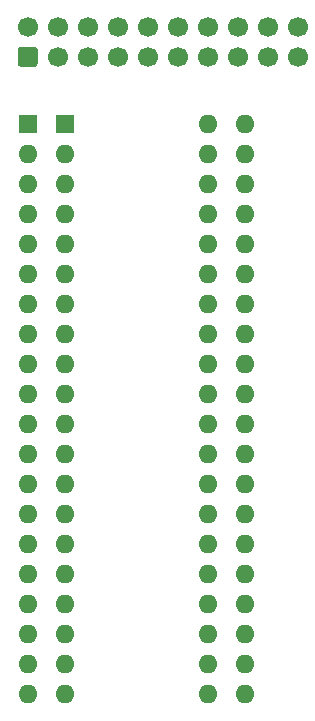
<source format=gbs>
%TF.GenerationSoftware,KiCad,Pcbnew,(5.1.8)-1*%
%TF.CreationDate,2021-04-29T21:41:25+02:00*%
%TF.ProjectId,C64 1541-II VIA Adapter,43363420-3135-4343-912d-494920564941,rev?*%
%TF.SameCoordinates,Original*%
%TF.FileFunction,Soldermask,Bot*%
%TF.FilePolarity,Negative*%
%FSLAX46Y46*%
G04 Gerber Fmt 4.6, Leading zero omitted, Abs format (unit mm)*
G04 Created by KiCad (PCBNEW (5.1.8)-1) date 2021-04-29 21:41:25*
%MOMM*%
%LPD*%
G01*
G04 APERTURE LIST*
%ADD10C,1.700000*%
%ADD11O,1.600000X1.600000*%
%ADD12R,1.600000X1.600000*%
G04 APERTURE END LIST*
D10*
%TO.C,J2*%
X102235000Y-53975000D03*
X104775000Y-53975000D03*
X107315000Y-53975000D03*
X109855000Y-53975000D03*
X112395000Y-53975000D03*
X114935000Y-53975000D03*
X117475000Y-53975000D03*
X120015000Y-53975000D03*
X122555000Y-53975000D03*
X125095000Y-56515000D03*
X120015000Y-56515000D03*
X114935000Y-56515000D03*
X109855000Y-56515000D03*
X104775000Y-56515000D03*
X125095000Y-53975000D03*
X122555000Y-56515000D03*
X117475000Y-56515000D03*
X112395000Y-56515000D03*
X107315000Y-56515000D03*
G36*
G01*
X102835000Y-57365000D02*
X101635000Y-57365000D01*
G75*
G02*
X101385000Y-57115000I0J250000D01*
G01*
X101385000Y-55915000D01*
G75*
G02*
X101635000Y-55665000I250000J0D01*
G01*
X102835000Y-55665000D01*
G75*
G02*
X103085000Y-55915000I0J-250000D01*
G01*
X103085000Y-57115000D01*
G75*
G02*
X102835000Y-57365000I-250000J0D01*
G01*
G37*
%TD*%
D11*
%TO.C,A1*%
X117475000Y-62230000D03*
X102235000Y-110490000D03*
X117475000Y-64770000D03*
X102235000Y-107950000D03*
X117475000Y-67310000D03*
X102235000Y-105410000D03*
X117475000Y-69850000D03*
X102235000Y-102870000D03*
X117475000Y-72390000D03*
X102235000Y-100330000D03*
X117475000Y-74930000D03*
X102235000Y-97790000D03*
X117475000Y-77470000D03*
X102235000Y-95250000D03*
X117475000Y-80010000D03*
X102235000Y-92710000D03*
X117475000Y-82550000D03*
X102235000Y-90170000D03*
X117475000Y-85090000D03*
X102235000Y-87630000D03*
X117475000Y-87630000D03*
X102235000Y-85090000D03*
X117475000Y-90170000D03*
X102235000Y-82550000D03*
X117475000Y-92710000D03*
X102235000Y-80010000D03*
X117475000Y-95250000D03*
X102235000Y-77470000D03*
X117475000Y-97790000D03*
X102235000Y-74930000D03*
X117475000Y-100330000D03*
X102235000Y-72390000D03*
X117475000Y-102870000D03*
X102235000Y-69850000D03*
X117475000Y-105410000D03*
X102235000Y-67310000D03*
X117475000Y-107950000D03*
X102235000Y-64770000D03*
X117475000Y-110490000D03*
D12*
X102235000Y-62230000D03*
%TD*%
%TO.C,U1*%
X105410000Y-62230000D03*
D11*
X120650000Y-110490000D03*
X105410000Y-64770000D03*
X120650000Y-107950000D03*
X105410000Y-67310000D03*
X120650000Y-105410000D03*
X105410000Y-69850000D03*
X120650000Y-102870000D03*
X105410000Y-72390000D03*
X120650000Y-100330000D03*
X105410000Y-74930000D03*
X120650000Y-97790000D03*
X105410000Y-77470000D03*
X120650000Y-95250000D03*
X105410000Y-80010000D03*
X120650000Y-92710000D03*
X105410000Y-82550000D03*
X120650000Y-90170000D03*
X105410000Y-85090000D03*
X120650000Y-87630000D03*
X105410000Y-87630000D03*
X120650000Y-85090000D03*
X105410000Y-90170000D03*
X120650000Y-82550000D03*
X105410000Y-92710000D03*
X120650000Y-80010000D03*
X105410000Y-95250000D03*
X120650000Y-77470000D03*
X105410000Y-97790000D03*
X120650000Y-74930000D03*
X105410000Y-100330000D03*
X120650000Y-72390000D03*
X105410000Y-102870000D03*
X120650000Y-69850000D03*
X105410000Y-105410000D03*
X120650000Y-67310000D03*
X105410000Y-107950000D03*
X120650000Y-64770000D03*
X105410000Y-110490000D03*
X120650000Y-62230000D03*
%TD*%
M02*

</source>
